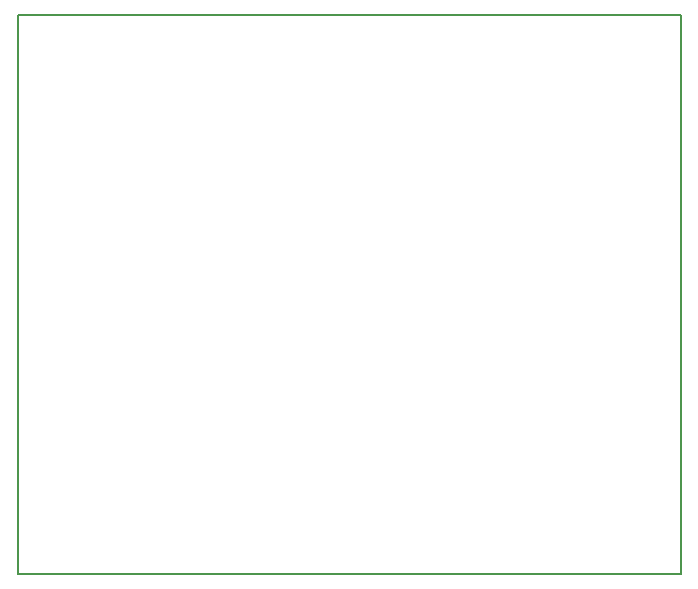
<source format=gm1>
G04 MADE WITH FRITZING*
G04 WWW.FRITZING.ORG*
G04 DOUBLE SIDED*
G04 HOLES PLATED*
G04 CONTOUR ON CENTER OF CONTOUR VECTOR*
%ASAXBY*%
%FSLAX23Y23*%
%MOIN*%
%OFA0B0*%
%SFA1.0B1.0*%
%ADD10R,2.217250X1.868770*%
%ADD11C,0.008000*%
%ADD10C,0.008*%
%LNCONTOUR*%
G90*
G70*
G54D10*
G54D11*
X4Y1865D02*
X2213Y1865D01*
X2213Y4D01*
X4Y4D01*
X4Y1865D01*
D02*
G04 End of contour*
M02*
</source>
